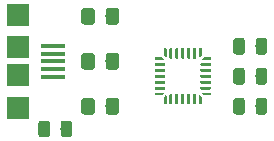
<source format=gbr>
G04 #@! TF.GenerationSoftware,KiCad,Pcbnew,5.0.2-bee76a0~70~ubuntu16.04.1*
G04 #@! TF.CreationDate,2019-07-30T14:22:58+02:00*
G04 #@! TF.ProjectId,hw-DAP42,68772d44-4150-4343-922e-6b696361645f,rev?*
G04 #@! TF.SameCoordinates,Original*
G04 #@! TF.FileFunction,Paste,Top*
G04 #@! TF.FilePolarity,Positive*
%FSLAX46Y46*%
G04 Gerber Fmt 4.6, Leading zero omitted, Abs format (unit mm)*
G04 Created by KiCad (PCBNEW 5.0.2-bee76a0~70~ubuntu16.04.1) date Tue 30 Jul 2019 02:22:58 PM CEST*
%MOMM*%
%LPD*%
G01*
G04 APERTURE LIST*
%ADD10C,0.100000*%
%ADD11C,0.975000*%
%ADD12C,0.136863*%
%ADD13C,0.250000*%
%ADD14C,1.150000*%
%ADD15R,1.897380X1.897380*%
%ADD16R,2.000000X0.398780*%
G04 APERTURE END LIST*
D10*
G04 #@! TO.C,C2*
G36*
X142810142Y-93916174D02*
X142833803Y-93919684D01*
X142857007Y-93925496D01*
X142879529Y-93933554D01*
X142901153Y-93943782D01*
X142921670Y-93956079D01*
X142940883Y-93970329D01*
X142958607Y-93986393D01*
X142974671Y-94004117D01*
X142988921Y-94023330D01*
X143001218Y-94043847D01*
X143011446Y-94065471D01*
X143019504Y-94087993D01*
X143025316Y-94111197D01*
X143028826Y-94134858D01*
X143030000Y-94158750D01*
X143030000Y-95071250D01*
X143028826Y-95095142D01*
X143025316Y-95118803D01*
X143019504Y-95142007D01*
X143011446Y-95164529D01*
X143001218Y-95186153D01*
X142988921Y-95206670D01*
X142974671Y-95225883D01*
X142958607Y-95243607D01*
X142940883Y-95259671D01*
X142921670Y-95273921D01*
X142901153Y-95286218D01*
X142879529Y-95296446D01*
X142857007Y-95304504D01*
X142833803Y-95310316D01*
X142810142Y-95313826D01*
X142786250Y-95315000D01*
X142298750Y-95315000D01*
X142274858Y-95313826D01*
X142251197Y-95310316D01*
X142227993Y-95304504D01*
X142205471Y-95296446D01*
X142183847Y-95286218D01*
X142163330Y-95273921D01*
X142144117Y-95259671D01*
X142126393Y-95243607D01*
X142110329Y-95225883D01*
X142096079Y-95206670D01*
X142083782Y-95186153D01*
X142073554Y-95164529D01*
X142065496Y-95142007D01*
X142059684Y-95118803D01*
X142056174Y-95095142D01*
X142055000Y-95071250D01*
X142055000Y-94158750D01*
X142056174Y-94134858D01*
X142059684Y-94111197D01*
X142065496Y-94087993D01*
X142073554Y-94065471D01*
X142083782Y-94043847D01*
X142096079Y-94023330D01*
X142110329Y-94004117D01*
X142126393Y-93986393D01*
X142144117Y-93970329D01*
X142163330Y-93956079D01*
X142183847Y-93943782D01*
X142205471Y-93933554D01*
X142227993Y-93925496D01*
X142251197Y-93919684D01*
X142274858Y-93916174D01*
X142298750Y-93915000D01*
X142786250Y-93915000D01*
X142810142Y-93916174D01*
X142810142Y-93916174D01*
G37*
D11*
X142542500Y-94615000D03*
D10*
G36*
X140935142Y-93916174D02*
X140958803Y-93919684D01*
X140982007Y-93925496D01*
X141004529Y-93933554D01*
X141026153Y-93943782D01*
X141046670Y-93956079D01*
X141065883Y-93970329D01*
X141083607Y-93986393D01*
X141099671Y-94004117D01*
X141113921Y-94023330D01*
X141126218Y-94043847D01*
X141136446Y-94065471D01*
X141144504Y-94087993D01*
X141150316Y-94111197D01*
X141153826Y-94134858D01*
X141155000Y-94158750D01*
X141155000Y-95071250D01*
X141153826Y-95095142D01*
X141150316Y-95118803D01*
X141144504Y-95142007D01*
X141136446Y-95164529D01*
X141126218Y-95186153D01*
X141113921Y-95206670D01*
X141099671Y-95225883D01*
X141083607Y-95243607D01*
X141065883Y-95259671D01*
X141046670Y-95273921D01*
X141026153Y-95286218D01*
X141004529Y-95296446D01*
X140982007Y-95304504D01*
X140958803Y-95310316D01*
X140935142Y-95313826D01*
X140911250Y-95315000D01*
X140423750Y-95315000D01*
X140399858Y-95313826D01*
X140376197Y-95310316D01*
X140352993Y-95304504D01*
X140330471Y-95296446D01*
X140308847Y-95286218D01*
X140288330Y-95273921D01*
X140269117Y-95259671D01*
X140251393Y-95243607D01*
X140235329Y-95225883D01*
X140221079Y-95206670D01*
X140208782Y-95186153D01*
X140198554Y-95164529D01*
X140190496Y-95142007D01*
X140184684Y-95118803D01*
X140181174Y-95095142D01*
X140180000Y-95071250D01*
X140180000Y-94158750D01*
X140181174Y-94134858D01*
X140184684Y-94111197D01*
X140190496Y-94087993D01*
X140198554Y-94065471D01*
X140208782Y-94043847D01*
X140221079Y-94023330D01*
X140235329Y-94004117D01*
X140251393Y-93986393D01*
X140269117Y-93970329D01*
X140288330Y-93956079D01*
X140308847Y-93943782D01*
X140330471Y-93933554D01*
X140352993Y-93925496D01*
X140376197Y-93919684D01*
X140399858Y-93916174D01*
X140423750Y-93915000D01*
X140911250Y-93915000D01*
X140935142Y-93916174D01*
X140935142Y-93916174D01*
G37*
D11*
X140667500Y-94615000D03*
G04 #@! TD*
D10*
G04 #@! TO.C,C3*
G36*
X157445142Y-89471174D02*
X157468803Y-89474684D01*
X157492007Y-89480496D01*
X157514529Y-89488554D01*
X157536153Y-89498782D01*
X157556670Y-89511079D01*
X157575883Y-89525329D01*
X157593607Y-89541393D01*
X157609671Y-89559117D01*
X157623921Y-89578330D01*
X157636218Y-89598847D01*
X157646446Y-89620471D01*
X157654504Y-89642993D01*
X157660316Y-89666197D01*
X157663826Y-89689858D01*
X157665000Y-89713750D01*
X157665000Y-90626250D01*
X157663826Y-90650142D01*
X157660316Y-90673803D01*
X157654504Y-90697007D01*
X157646446Y-90719529D01*
X157636218Y-90741153D01*
X157623921Y-90761670D01*
X157609671Y-90780883D01*
X157593607Y-90798607D01*
X157575883Y-90814671D01*
X157556670Y-90828921D01*
X157536153Y-90841218D01*
X157514529Y-90851446D01*
X157492007Y-90859504D01*
X157468803Y-90865316D01*
X157445142Y-90868826D01*
X157421250Y-90870000D01*
X156933750Y-90870000D01*
X156909858Y-90868826D01*
X156886197Y-90865316D01*
X156862993Y-90859504D01*
X156840471Y-90851446D01*
X156818847Y-90841218D01*
X156798330Y-90828921D01*
X156779117Y-90814671D01*
X156761393Y-90798607D01*
X156745329Y-90780883D01*
X156731079Y-90761670D01*
X156718782Y-90741153D01*
X156708554Y-90719529D01*
X156700496Y-90697007D01*
X156694684Y-90673803D01*
X156691174Y-90650142D01*
X156690000Y-90626250D01*
X156690000Y-89713750D01*
X156691174Y-89689858D01*
X156694684Y-89666197D01*
X156700496Y-89642993D01*
X156708554Y-89620471D01*
X156718782Y-89598847D01*
X156731079Y-89578330D01*
X156745329Y-89559117D01*
X156761393Y-89541393D01*
X156779117Y-89525329D01*
X156798330Y-89511079D01*
X156818847Y-89498782D01*
X156840471Y-89488554D01*
X156862993Y-89480496D01*
X156886197Y-89474684D01*
X156909858Y-89471174D01*
X156933750Y-89470000D01*
X157421250Y-89470000D01*
X157445142Y-89471174D01*
X157445142Y-89471174D01*
G37*
D11*
X157177500Y-90170000D03*
D10*
G36*
X159320142Y-89471174D02*
X159343803Y-89474684D01*
X159367007Y-89480496D01*
X159389529Y-89488554D01*
X159411153Y-89498782D01*
X159431670Y-89511079D01*
X159450883Y-89525329D01*
X159468607Y-89541393D01*
X159484671Y-89559117D01*
X159498921Y-89578330D01*
X159511218Y-89598847D01*
X159521446Y-89620471D01*
X159529504Y-89642993D01*
X159535316Y-89666197D01*
X159538826Y-89689858D01*
X159540000Y-89713750D01*
X159540000Y-90626250D01*
X159538826Y-90650142D01*
X159535316Y-90673803D01*
X159529504Y-90697007D01*
X159521446Y-90719529D01*
X159511218Y-90741153D01*
X159498921Y-90761670D01*
X159484671Y-90780883D01*
X159468607Y-90798607D01*
X159450883Y-90814671D01*
X159431670Y-90828921D01*
X159411153Y-90841218D01*
X159389529Y-90851446D01*
X159367007Y-90859504D01*
X159343803Y-90865316D01*
X159320142Y-90868826D01*
X159296250Y-90870000D01*
X158808750Y-90870000D01*
X158784858Y-90868826D01*
X158761197Y-90865316D01*
X158737993Y-90859504D01*
X158715471Y-90851446D01*
X158693847Y-90841218D01*
X158673330Y-90828921D01*
X158654117Y-90814671D01*
X158636393Y-90798607D01*
X158620329Y-90780883D01*
X158606079Y-90761670D01*
X158593782Y-90741153D01*
X158583554Y-90719529D01*
X158575496Y-90697007D01*
X158569684Y-90673803D01*
X158566174Y-90650142D01*
X158565000Y-90626250D01*
X158565000Y-89713750D01*
X158566174Y-89689858D01*
X158569684Y-89666197D01*
X158575496Y-89642993D01*
X158583554Y-89620471D01*
X158593782Y-89598847D01*
X158606079Y-89578330D01*
X158620329Y-89559117D01*
X158636393Y-89541393D01*
X158654117Y-89525329D01*
X158673330Y-89511079D01*
X158693847Y-89498782D01*
X158715471Y-89488554D01*
X158737993Y-89480496D01*
X158761197Y-89474684D01*
X158784858Y-89471174D01*
X158808750Y-89470000D01*
X159296250Y-89470000D01*
X159320142Y-89471174D01*
X159320142Y-89471174D01*
G37*
D11*
X159052500Y-90170000D03*
G04 #@! TD*
D10*
G04 #@! TO.C,C4*
G36*
X159320142Y-86931174D02*
X159343803Y-86934684D01*
X159367007Y-86940496D01*
X159389529Y-86948554D01*
X159411153Y-86958782D01*
X159431670Y-86971079D01*
X159450883Y-86985329D01*
X159468607Y-87001393D01*
X159484671Y-87019117D01*
X159498921Y-87038330D01*
X159511218Y-87058847D01*
X159521446Y-87080471D01*
X159529504Y-87102993D01*
X159535316Y-87126197D01*
X159538826Y-87149858D01*
X159540000Y-87173750D01*
X159540000Y-88086250D01*
X159538826Y-88110142D01*
X159535316Y-88133803D01*
X159529504Y-88157007D01*
X159521446Y-88179529D01*
X159511218Y-88201153D01*
X159498921Y-88221670D01*
X159484671Y-88240883D01*
X159468607Y-88258607D01*
X159450883Y-88274671D01*
X159431670Y-88288921D01*
X159411153Y-88301218D01*
X159389529Y-88311446D01*
X159367007Y-88319504D01*
X159343803Y-88325316D01*
X159320142Y-88328826D01*
X159296250Y-88330000D01*
X158808750Y-88330000D01*
X158784858Y-88328826D01*
X158761197Y-88325316D01*
X158737993Y-88319504D01*
X158715471Y-88311446D01*
X158693847Y-88301218D01*
X158673330Y-88288921D01*
X158654117Y-88274671D01*
X158636393Y-88258607D01*
X158620329Y-88240883D01*
X158606079Y-88221670D01*
X158593782Y-88201153D01*
X158583554Y-88179529D01*
X158575496Y-88157007D01*
X158569684Y-88133803D01*
X158566174Y-88110142D01*
X158565000Y-88086250D01*
X158565000Y-87173750D01*
X158566174Y-87149858D01*
X158569684Y-87126197D01*
X158575496Y-87102993D01*
X158583554Y-87080471D01*
X158593782Y-87058847D01*
X158606079Y-87038330D01*
X158620329Y-87019117D01*
X158636393Y-87001393D01*
X158654117Y-86985329D01*
X158673330Y-86971079D01*
X158693847Y-86958782D01*
X158715471Y-86948554D01*
X158737993Y-86940496D01*
X158761197Y-86934684D01*
X158784858Y-86931174D01*
X158808750Y-86930000D01*
X159296250Y-86930000D01*
X159320142Y-86931174D01*
X159320142Y-86931174D01*
G37*
D11*
X159052500Y-87630000D03*
D10*
G36*
X157445142Y-86931174D02*
X157468803Y-86934684D01*
X157492007Y-86940496D01*
X157514529Y-86948554D01*
X157536153Y-86958782D01*
X157556670Y-86971079D01*
X157575883Y-86985329D01*
X157593607Y-87001393D01*
X157609671Y-87019117D01*
X157623921Y-87038330D01*
X157636218Y-87058847D01*
X157646446Y-87080471D01*
X157654504Y-87102993D01*
X157660316Y-87126197D01*
X157663826Y-87149858D01*
X157665000Y-87173750D01*
X157665000Y-88086250D01*
X157663826Y-88110142D01*
X157660316Y-88133803D01*
X157654504Y-88157007D01*
X157646446Y-88179529D01*
X157636218Y-88201153D01*
X157623921Y-88221670D01*
X157609671Y-88240883D01*
X157593607Y-88258607D01*
X157575883Y-88274671D01*
X157556670Y-88288921D01*
X157536153Y-88301218D01*
X157514529Y-88311446D01*
X157492007Y-88319504D01*
X157468803Y-88325316D01*
X157445142Y-88328826D01*
X157421250Y-88330000D01*
X156933750Y-88330000D01*
X156909858Y-88328826D01*
X156886197Y-88325316D01*
X156862993Y-88319504D01*
X156840471Y-88311446D01*
X156818847Y-88301218D01*
X156798330Y-88288921D01*
X156779117Y-88274671D01*
X156761393Y-88258607D01*
X156745329Y-88240883D01*
X156731079Y-88221670D01*
X156718782Y-88201153D01*
X156708554Y-88179529D01*
X156700496Y-88157007D01*
X156694684Y-88133803D01*
X156691174Y-88110142D01*
X156690000Y-88086250D01*
X156690000Y-87173750D01*
X156691174Y-87149858D01*
X156694684Y-87126197D01*
X156700496Y-87102993D01*
X156708554Y-87080471D01*
X156718782Y-87058847D01*
X156731079Y-87038330D01*
X156745329Y-87019117D01*
X156761393Y-87001393D01*
X156779117Y-86985329D01*
X156798330Y-86971079D01*
X156818847Y-86958782D01*
X156840471Y-86948554D01*
X156862993Y-86940496D01*
X156886197Y-86934684D01*
X156909858Y-86931174D01*
X156933750Y-86930000D01*
X157421250Y-86930000D01*
X157445142Y-86931174D01*
X157445142Y-86931174D01*
G37*
D11*
X157177500Y-87630000D03*
G04 #@! TD*
D10*
G04 #@! TO.C,R1*
G36*
X157445142Y-92011174D02*
X157468803Y-92014684D01*
X157492007Y-92020496D01*
X157514529Y-92028554D01*
X157536153Y-92038782D01*
X157556670Y-92051079D01*
X157575883Y-92065329D01*
X157593607Y-92081393D01*
X157609671Y-92099117D01*
X157623921Y-92118330D01*
X157636218Y-92138847D01*
X157646446Y-92160471D01*
X157654504Y-92182993D01*
X157660316Y-92206197D01*
X157663826Y-92229858D01*
X157665000Y-92253750D01*
X157665000Y-93166250D01*
X157663826Y-93190142D01*
X157660316Y-93213803D01*
X157654504Y-93237007D01*
X157646446Y-93259529D01*
X157636218Y-93281153D01*
X157623921Y-93301670D01*
X157609671Y-93320883D01*
X157593607Y-93338607D01*
X157575883Y-93354671D01*
X157556670Y-93368921D01*
X157536153Y-93381218D01*
X157514529Y-93391446D01*
X157492007Y-93399504D01*
X157468803Y-93405316D01*
X157445142Y-93408826D01*
X157421250Y-93410000D01*
X156933750Y-93410000D01*
X156909858Y-93408826D01*
X156886197Y-93405316D01*
X156862993Y-93399504D01*
X156840471Y-93391446D01*
X156818847Y-93381218D01*
X156798330Y-93368921D01*
X156779117Y-93354671D01*
X156761393Y-93338607D01*
X156745329Y-93320883D01*
X156731079Y-93301670D01*
X156718782Y-93281153D01*
X156708554Y-93259529D01*
X156700496Y-93237007D01*
X156694684Y-93213803D01*
X156691174Y-93190142D01*
X156690000Y-93166250D01*
X156690000Y-92253750D01*
X156691174Y-92229858D01*
X156694684Y-92206197D01*
X156700496Y-92182993D01*
X156708554Y-92160471D01*
X156718782Y-92138847D01*
X156731079Y-92118330D01*
X156745329Y-92099117D01*
X156761393Y-92081393D01*
X156779117Y-92065329D01*
X156798330Y-92051079D01*
X156818847Y-92038782D01*
X156840471Y-92028554D01*
X156862993Y-92020496D01*
X156886197Y-92014684D01*
X156909858Y-92011174D01*
X156933750Y-92010000D01*
X157421250Y-92010000D01*
X157445142Y-92011174D01*
X157445142Y-92011174D01*
G37*
D11*
X157177500Y-92710000D03*
D10*
G36*
X159320142Y-92011174D02*
X159343803Y-92014684D01*
X159367007Y-92020496D01*
X159389529Y-92028554D01*
X159411153Y-92038782D01*
X159431670Y-92051079D01*
X159450883Y-92065329D01*
X159468607Y-92081393D01*
X159484671Y-92099117D01*
X159498921Y-92118330D01*
X159511218Y-92138847D01*
X159521446Y-92160471D01*
X159529504Y-92182993D01*
X159535316Y-92206197D01*
X159538826Y-92229858D01*
X159540000Y-92253750D01*
X159540000Y-93166250D01*
X159538826Y-93190142D01*
X159535316Y-93213803D01*
X159529504Y-93237007D01*
X159521446Y-93259529D01*
X159511218Y-93281153D01*
X159498921Y-93301670D01*
X159484671Y-93320883D01*
X159468607Y-93338607D01*
X159450883Y-93354671D01*
X159431670Y-93368921D01*
X159411153Y-93381218D01*
X159389529Y-93391446D01*
X159367007Y-93399504D01*
X159343803Y-93405316D01*
X159320142Y-93408826D01*
X159296250Y-93410000D01*
X158808750Y-93410000D01*
X158784858Y-93408826D01*
X158761197Y-93405316D01*
X158737993Y-93399504D01*
X158715471Y-93391446D01*
X158693847Y-93381218D01*
X158673330Y-93368921D01*
X158654117Y-93354671D01*
X158636393Y-93338607D01*
X158620329Y-93320883D01*
X158606079Y-93301670D01*
X158593782Y-93281153D01*
X158583554Y-93259529D01*
X158575496Y-93237007D01*
X158569684Y-93213803D01*
X158566174Y-93190142D01*
X158565000Y-93166250D01*
X158565000Y-92253750D01*
X158566174Y-92229858D01*
X158569684Y-92206197D01*
X158575496Y-92182993D01*
X158583554Y-92160471D01*
X158593782Y-92138847D01*
X158606079Y-92118330D01*
X158620329Y-92099117D01*
X158636393Y-92081393D01*
X158654117Y-92065329D01*
X158673330Y-92051079D01*
X158693847Y-92038782D01*
X158715471Y-92028554D01*
X158737993Y-92020496D01*
X158761197Y-92014684D01*
X158784858Y-92011174D01*
X158808750Y-92010000D01*
X159296250Y-92010000D01*
X159320142Y-92011174D01*
X159320142Y-92011174D01*
G37*
D11*
X159052500Y-92710000D03*
G04 #@! TD*
D12*
G04 #@! TO.C,U2*
X154397500Y-91670000D03*
D10*
G36*
X154189861Y-91794135D02*
X154181419Y-91791575D01*
X154173639Y-91787416D01*
X154166820Y-91781820D01*
X154033180Y-91648180D01*
X154027584Y-91641361D01*
X154023425Y-91633581D01*
X154020865Y-91625139D01*
X154020000Y-91616360D01*
X154020000Y-91590000D01*
X154020865Y-91581221D01*
X154023425Y-91572779D01*
X154027584Y-91564999D01*
X154033180Y-91558180D01*
X154039999Y-91552584D01*
X154047779Y-91548425D01*
X154056221Y-91545865D01*
X154065000Y-91545000D01*
X154730000Y-91545000D01*
X154738779Y-91545865D01*
X154747221Y-91548425D01*
X154755001Y-91552584D01*
X154761820Y-91558180D01*
X154767416Y-91564999D01*
X154771575Y-91572779D01*
X154774135Y-91581221D01*
X154775000Y-91590000D01*
X154775000Y-91750000D01*
X154774135Y-91758779D01*
X154771575Y-91767221D01*
X154767416Y-91775001D01*
X154761820Y-91781820D01*
X154755001Y-91787416D01*
X154747221Y-91791575D01*
X154738779Y-91794135D01*
X154730000Y-91795000D01*
X154198640Y-91795000D01*
X154189861Y-91794135D01*
X154189861Y-91794135D01*
G37*
G36*
X154718626Y-91045301D02*
X154724693Y-91046201D01*
X154730643Y-91047691D01*
X154736418Y-91049758D01*
X154741962Y-91052380D01*
X154747223Y-91055533D01*
X154752150Y-91059187D01*
X154756694Y-91063306D01*
X154760813Y-91067850D01*
X154764467Y-91072777D01*
X154767620Y-91078038D01*
X154770242Y-91083582D01*
X154772309Y-91089357D01*
X154773799Y-91095307D01*
X154774699Y-91101374D01*
X154775000Y-91107500D01*
X154775000Y-91232500D01*
X154774699Y-91238626D01*
X154773799Y-91244693D01*
X154772309Y-91250643D01*
X154770242Y-91256418D01*
X154767620Y-91261962D01*
X154764467Y-91267223D01*
X154760813Y-91272150D01*
X154756694Y-91276694D01*
X154752150Y-91280813D01*
X154747223Y-91284467D01*
X154741962Y-91287620D01*
X154736418Y-91290242D01*
X154730643Y-91292309D01*
X154724693Y-91293799D01*
X154718626Y-91294699D01*
X154712500Y-91295000D01*
X153962500Y-91295000D01*
X153956374Y-91294699D01*
X153950307Y-91293799D01*
X153944357Y-91292309D01*
X153938582Y-91290242D01*
X153933038Y-91287620D01*
X153927777Y-91284467D01*
X153922850Y-91280813D01*
X153918306Y-91276694D01*
X153914187Y-91272150D01*
X153910533Y-91267223D01*
X153907380Y-91261962D01*
X153904758Y-91256418D01*
X153902691Y-91250643D01*
X153901201Y-91244693D01*
X153900301Y-91238626D01*
X153900000Y-91232500D01*
X153900000Y-91107500D01*
X153900301Y-91101374D01*
X153901201Y-91095307D01*
X153902691Y-91089357D01*
X153904758Y-91083582D01*
X153907380Y-91078038D01*
X153910533Y-91072777D01*
X153914187Y-91067850D01*
X153918306Y-91063306D01*
X153922850Y-91059187D01*
X153927777Y-91055533D01*
X153933038Y-91052380D01*
X153938582Y-91049758D01*
X153944357Y-91047691D01*
X153950307Y-91046201D01*
X153956374Y-91045301D01*
X153962500Y-91045000D01*
X154712500Y-91045000D01*
X154718626Y-91045301D01*
X154718626Y-91045301D01*
G37*
D13*
X154337500Y-91170000D03*
D10*
G36*
X154718626Y-90545301D02*
X154724693Y-90546201D01*
X154730643Y-90547691D01*
X154736418Y-90549758D01*
X154741962Y-90552380D01*
X154747223Y-90555533D01*
X154752150Y-90559187D01*
X154756694Y-90563306D01*
X154760813Y-90567850D01*
X154764467Y-90572777D01*
X154767620Y-90578038D01*
X154770242Y-90583582D01*
X154772309Y-90589357D01*
X154773799Y-90595307D01*
X154774699Y-90601374D01*
X154775000Y-90607500D01*
X154775000Y-90732500D01*
X154774699Y-90738626D01*
X154773799Y-90744693D01*
X154772309Y-90750643D01*
X154770242Y-90756418D01*
X154767620Y-90761962D01*
X154764467Y-90767223D01*
X154760813Y-90772150D01*
X154756694Y-90776694D01*
X154752150Y-90780813D01*
X154747223Y-90784467D01*
X154741962Y-90787620D01*
X154736418Y-90790242D01*
X154730643Y-90792309D01*
X154724693Y-90793799D01*
X154718626Y-90794699D01*
X154712500Y-90795000D01*
X153962500Y-90795000D01*
X153956374Y-90794699D01*
X153950307Y-90793799D01*
X153944357Y-90792309D01*
X153938582Y-90790242D01*
X153933038Y-90787620D01*
X153927777Y-90784467D01*
X153922850Y-90780813D01*
X153918306Y-90776694D01*
X153914187Y-90772150D01*
X153910533Y-90767223D01*
X153907380Y-90761962D01*
X153904758Y-90756418D01*
X153902691Y-90750643D01*
X153901201Y-90744693D01*
X153900301Y-90738626D01*
X153900000Y-90732500D01*
X153900000Y-90607500D01*
X153900301Y-90601374D01*
X153901201Y-90595307D01*
X153902691Y-90589357D01*
X153904758Y-90583582D01*
X153907380Y-90578038D01*
X153910533Y-90572777D01*
X153914187Y-90567850D01*
X153918306Y-90563306D01*
X153922850Y-90559187D01*
X153927777Y-90555533D01*
X153933038Y-90552380D01*
X153938582Y-90549758D01*
X153944357Y-90547691D01*
X153950307Y-90546201D01*
X153956374Y-90545301D01*
X153962500Y-90545000D01*
X154712500Y-90545000D01*
X154718626Y-90545301D01*
X154718626Y-90545301D01*
G37*
D13*
X154337500Y-90670000D03*
D10*
G36*
X154718626Y-90045301D02*
X154724693Y-90046201D01*
X154730643Y-90047691D01*
X154736418Y-90049758D01*
X154741962Y-90052380D01*
X154747223Y-90055533D01*
X154752150Y-90059187D01*
X154756694Y-90063306D01*
X154760813Y-90067850D01*
X154764467Y-90072777D01*
X154767620Y-90078038D01*
X154770242Y-90083582D01*
X154772309Y-90089357D01*
X154773799Y-90095307D01*
X154774699Y-90101374D01*
X154775000Y-90107500D01*
X154775000Y-90232500D01*
X154774699Y-90238626D01*
X154773799Y-90244693D01*
X154772309Y-90250643D01*
X154770242Y-90256418D01*
X154767620Y-90261962D01*
X154764467Y-90267223D01*
X154760813Y-90272150D01*
X154756694Y-90276694D01*
X154752150Y-90280813D01*
X154747223Y-90284467D01*
X154741962Y-90287620D01*
X154736418Y-90290242D01*
X154730643Y-90292309D01*
X154724693Y-90293799D01*
X154718626Y-90294699D01*
X154712500Y-90295000D01*
X153962500Y-90295000D01*
X153956374Y-90294699D01*
X153950307Y-90293799D01*
X153944357Y-90292309D01*
X153938582Y-90290242D01*
X153933038Y-90287620D01*
X153927777Y-90284467D01*
X153922850Y-90280813D01*
X153918306Y-90276694D01*
X153914187Y-90272150D01*
X153910533Y-90267223D01*
X153907380Y-90261962D01*
X153904758Y-90256418D01*
X153902691Y-90250643D01*
X153901201Y-90244693D01*
X153900301Y-90238626D01*
X153900000Y-90232500D01*
X153900000Y-90107500D01*
X153900301Y-90101374D01*
X153901201Y-90095307D01*
X153902691Y-90089357D01*
X153904758Y-90083582D01*
X153907380Y-90078038D01*
X153910533Y-90072777D01*
X153914187Y-90067850D01*
X153918306Y-90063306D01*
X153922850Y-90059187D01*
X153927777Y-90055533D01*
X153933038Y-90052380D01*
X153938582Y-90049758D01*
X153944357Y-90047691D01*
X153950307Y-90046201D01*
X153956374Y-90045301D01*
X153962500Y-90045000D01*
X154712500Y-90045000D01*
X154718626Y-90045301D01*
X154718626Y-90045301D01*
G37*
D13*
X154337500Y-90170000D03*
D10*
G36*
X154718626Y-89545301D02*
X154724693Y-89546201D01*
X154730643Y-89547691D01*
X154736418Y-89549758D01*
X154741962Y-89552380D01*
X154747223Y-89555533D01*
X154752150Y-89559187D01*
X154756694Y-89563306D01*
X154760813Y-89567850D01*
X154764467Y-89572777D01*
X154767620Y-89578038D01*
X154770242Y-89583582D01*
X154772309Y-89589357D01*
X154773799Y-89595307D01*
X154774699Y-89601374D01*
X154775000Y-89607500D01*
X154775000Y-89732500D01*
X154774699Y-89738626D01*
X154773799Y-89744693D01*
X154772309Y-89750643D01*
X154770242Y-89756418D01*
X154767620Y-89761962D01*
X154764467Y-89767223D01*
X154760813Y-89772150D01*
X154756694Y-89776694D01*
X154752150Y-89780813D01*
X154747223Y-89784467D01*
X154741962Y-89787620D01*
X154736418Y-89790242D01*
X154730643Y-89792309D01*
X154724693Y-89793799D01*
X154718626Y-89794699D01*
X154712500Y-89795000D01*
X153962500Y-89795000D01*
X153956374Y-89794699D01*
X153950307Y-89793799D01*
X153944357Y-89792309D01*
X153938582Y-89790242D01*
X153933038Y-89787620D01*
X153927777Y-89784467D01*
X153922850Y-89780813D01*
X153918306Y-89776694D01*
X153914187Y-89772150D01*
X153910533Y-89767223D01*
X153907380Y-89761962D01*
X153904758Y-89756418D01*
X153902691Y-89750643D01*
X153901201Y-89744693D01*
X153900301Y-89738626D01*
X153900000Y-89732500D01*
X153900000Y-89607500D01*
X153900301Y-89601374D01*
X153901201Y-89595307D01*
X153902691Y-89589357D01*
X153904758Y-89583582D01*
X153907380Y-89578038D01*
X153910533Y-89572777D01*
X153914187Y-89567850D01*
X153918306Y-89563306D01*
X153922850Y-89559187D01*
X153927777Y-89555533D01*
X153933038Y-89552380D01*
X153938582Y-89549758D01*
X153944357Y-89547691D01*
X153950307Y-89546201D01*
X153956374Y-89545301D01*
X153962500Y-89545000D01*
X154712500Y-89545000D01*
X154718626Y-89545301D01*
X154718626Y-89545301D01*
G37*
D13*
X154337500Y-89670000D03*
D10*
G36*
X154718626Y-89045301D02*
X154724693Y-89046201D01*
X154730643Y-89047691D01*
X154736418Y-89049758D01*
X154741962Y-89052380D01*
X154747223Y-89055533D01*
X154752150Y-89059187D01*
X154756694Y-89063306D01*
X154760813Y-89067850D01*
X154764467Y-89072777D01*
X154767620Y-89078038D01*
X154770242Y-89083582D01*
X154772309Y-89089357D01*
X154773799Y-89095307D01*
X154774699Y-89101374D01*
X154775000Y-89107500D01*
X154775000Y-89232500D01*
X154774699Y-89238626D01*
X154773799Y-89244693D01*
X154772309Y-89250643D01*
X154770242Y-89256418D01*
X154767620Y-89261962D01*
X154764467Y-89267223D01*
X154760813Y-89272150D01*
X154756694Y-89276694D01*
X154752150Y-89280813D01*
X154747223Y-89284467D01*
X154741962Y-89287620D01*
X154736418Y-89290242D01*
X154730643Y-89292309D01*
X154724693Y-89293799D01*
X154718626Y-89294699D01*
X154712500Y-89295000D01*
X153962500Y-89295000D01*
X153956374Y-89294699D01*
X153950307Y-89293799D01*
X153944357Y-89292309D01*
X153938582Y-89290242D01*
X153933038Y-89287620D01*
X153927777Y-89284467D01*
X153922850Y-89280813D01*
X153918306Y-89276694D01*
X153914187Y-89272150D01*
X153910533Y-89267223D01*
X153907380Y-89261962D01*
X153904758Y-89256418D01*
X153902691Y-89250643D01*
X153901201Y-89244693D01*
X153900301Y-89238626D01*
X153900000Y-89232500D01*
X153900000Y-89107500D01*
X153900301Y-89101374D01*
X153901201Y-89095307D01*
X153902691Y-89089357D01*
X153904758Y-89083582D01*
X153907380Y-89078038D01*
X153910533Y-89072777D01*
X153914187Y-89067850D01*
X153918306Y-89063306D01*
X153922850Y-89059187D01*
X153927777Y-89055533D01*
X153933038Y-89052380D01*
X153938582Y-89049758D01*
X153944357Y-89047691D01*
X153950307Y-89046201D01*
X153956374Y-89045301D01*
X153962500Y-89045000D01*
X154712500Y-89045000D01*
X154718626Y-89045301D01*
X154718626Y-89045301D01*
G37*
D13*
X154337500Y-89170000D03*
D12*
X154397500Y-88670000D03*
D10*
G36*
X154056221Y-88794135D02*
X154047779Y-88791575D01*
X154039999Y-88787416D01*
X154033180Y-88781820D01*
X154027584Y-88775001D01*
X154023425Y-88767221D01*
X154020865Y-88758779D01*
X154020000Y-88750000D01*
X154020000Y-88723640D01*
X154020865Y-88714861D01*
X154023425Y-88706419D01*
X154027584Y-88698639D01*
X154033180Y-88691820D01*
X154166820Y-88558180D01*
X154173639Y-88552584D01*
X154181419Y-88548425D01*
X154189861Y-88545865D01*
X154198640Y-88545000D01*
X154730000Y-88545000D01*
X154738779Y-88545865D01*
X154747221Y-88548425D01*
X154755001Y-88552584D01*
X154761820Y-88558180D01*
X154767416Y-88564999D01*
X154771575Y-88572779D01*
X154774135Y-88581221D01*
X154775000Y-88590000D01*
X154775000Y-88750000D01*
X154774135Y-88758779D01*
X154771575Y-88767221D01*
X154767416Y-88775001D01*
X154761820Y-88781820D01*
X154755001Y-88787416D01*
X154747221Y-88791575D01*
X154738779Y-88794135D01*
X154730000Y-88795000D01*
X154065000Y-88795000D01*
X154056221Y-88794135D01*
X154056221Y-88794135D01*
G37*
D12*
X153900000Y-88172500D03*
D10*
G36*
X153811221Y-88549135D02*
X153802779Y-88546575D01*
X153794999Y-88542416D01*
X153788180Y-88536820D01*
X153782584Y-88530001D01*
X153778425Y-88522221D01*
X153775865Y-88513779D01*
X153775000Y-88505000D01*
X153775000Y-87840000D01*
X153775865Y-87831221D01*
X153778425Y-87822779D01*
X153782584Y-87814999D01*
X153788180Y-87808180D01*
X153794999Y-87802584D01*
X153802779Y-87798425D01*
X153811221Y-87795865D01*
X153820000Y-87795000D01*
X153980000Y-87795000D01*
X153988779Y-87795865D01*
X153997221Y-87798425D01*
X154005001Y-87802584D01*
X154011820Y-87808180D01*
X154017416Y-87814999D01*
X154021575Y-87822779D01*
X154024135Y-87831221D01*
X154025000Y-87840000D01*
X154025000Y-88371360D01*
X154024135Y-88380139D01*
X154021575Y-88388581D01*
X154017416Y-88396361D01*
X154011820Y-88403180D01*
X153878180Y-88536820D01*
X153871361Y-88542416D01*
X153863581Y-88546575D01*
X153855139Y-88549135D01*
X153846360Y-88550000D01*
X153820000Y-88550000D01*
X153811221Y-88549135D01*
X153811221Y-88549135D01*
G37*
G36*
X153468626Y-87795301D02*
X153474693Y-87796201D01*
X153480643Y-87797691D01*
X153486418Y-87799758D01*
X153491962Y-87802380D01*
X153497223Y-87805533D01*
X153502150Y-87809187D01*
X153506694Y-87813306D01*
X153510813Y-87817850D01*
X153514467Y-87822777D01*
X153517620Y-87828038D01*
X153520242Y-87833582D01*
X153522309Y-87839357D01*
X153523799Y-87845307D01*
X153524699Y-87851374D01*
X153525000Y-87857500D01*
X153525000Y-88607500D01*
X153524699Y-88613626D01*
X153523799Y-88619693D01*
X153522309Y-88625643D01*
X153520242Y-88631418D01*
X153517620Y-88636962D01*
X153514467Y-88642223D01*
X153510813Y-88647150D01*
X153506694Y-88651694D01*
X153502150Y-88655813D01*
X153497223Y-88659467D01*
X153491962Y-88662620D01*
X153486418Y-88665242D01*
X153480643Y-88667309D01*
X153474693Y-88668799D01*
X153468626Y-88669699D01*
X153462500Y-88670000D01*
X153337500Y-88670000D01*
X153331374Y-88669699D01*
X153325307Y-88668799D01*
X153319357Y-88667309D01*
X153313582Y-88665242D01*
X153308038Y-88662620D01*
X153302777Y-88659467D01*
X153297850Y-88655813D01*
X153293306Y-88651694D01*
X153289187Y-88647150D01*
X153285533Y-88642223D01*
X153282380Y-88636962D01*
X153279758Y-88631418D01*
X153277691Y-88625643D01*
X153276201Y-88619693D01*
X153275301Y-88613626D01*
X153275000Y-88607500D01*
X153275000Y-87857500D01*
X153275301Y-87851374D01*
X153276201Y-87845307D01*
X153277691Y-87839357D01*
X153279758Y-87833582D01*
X153282380Y-87828038D01*
X153285533Y-87822777D01*
X153289187Y-87817850D01*
X153293306Y-87813306D01*
X153297850Y-87809187D01*
X153302777Y-87805533D01*
X153308038Y-87802380D01*
X153313582Y-87799758D01*
X153319357Y-87797691D01*
X153325307Y-87796201D01*
X153331374Y-87795301D01*
X153337500Y-87795000D01*
X153462500Y-87795000D01*
X153468626Y-87795301D01*
X153468626Y-87795301D01*
G37*
D13*
X153400000Y-88232500D03*
D10*
G36*
X152968626Y-87795301D02*
X152974693Y-87796201D01*
X152980643Y-87797691D01*
X152986418Y-87799758D01*
X152991962Y-87802380D01*
X152997223Y-87805533D01*
X153002150Y-87809187D01*
X153006694Y-87813306D01*
X153010813Y-87817850D01*
X153014467Y-87822777D01*
X153017620Y-87828038D01*
X153020242Y-87833582D01*
X153022309Y-87839357D01*
X153023799Y-87845307D01*
X153024699Y-87851374D01*
X153025000Y-87857500D01*
X153025000Y-88607500D01*
X153024699Y-88613626D01*
X153023799Y-88619693D01*
X153022309Y-88625643D01*
X153020242Y-88631418D01*
X153017620Y-88636962D01*
X153014467Y-88642223D01*
X153010813Y-88647150D01*
X153006694Y-88651694D01*
X153002150Y-88655813D01*
X152997223Y-88659467D01*
X152991962Y-88662620D01*
X152986418Y-88665242D01*
X152980643Y-88667309D01*
X152974693Y-88668799D01*
X152968626Y-88669699D01*
X152962500Y-88670000D01*
X152837500Y-88670000D01*
X152831374Y-88669699D01*
X152825307Y-88668799D01*
X152819357Y-88667309D01*
X152813582Y-88665242D01*
X152808038Y-88662620D01*
X152802777Y-88659467D01*
X152797850Y-88655813D01*
X152793306Y-88651694D01*
X152789187Y-88647150D01*
X152785533Y-88642223D01*
X152782380Y-88636962D01*
X152779758Y-88631418D01*
X152777691Y-88625643D01*
X152776201Y-88619693D01*
X152775301Y-88613626D01*
X152775000Y-88607500D01*
X152775000Y-87857500D01*
X152775301Y-87851374D01*
X152776201Y-87845307D01*
X152777691Y-87839357D01*
X152779758Y-87833582D01*
X152782380Y-87828038D01*
X152785533Y-87822777D01*
X152789187Y-87817850D01*
X152793306Y-87813306D01*
X152797850Y-87809187D01*
X152802777Y-87805533D01*
X152808038Y-87802380D01*
X152813582Y-87799758D01*
X152819357Y-87797691D01*
X152825307Y-87796201D01*
X152831374Y-87795301D01*
X152837500Y-87795000D01*
X152962500Y-87795000D01*
X152968626Y-87795301D01*
X152968626Y-87795301D01*
G37*
D13*
X152900000Y-88232500D03*
D10*
G36*
X152468626Y-87795301D02*
X152474693Y-87796201D01*
X152480643Y-87797691D01*
X152486418Y-87799758D01*
X152491962Y-87802380D01*
X152497223Y-87805533D01*
X152502150Y-87809187D01*
X152506694Y-87813306D01*
X152510813Y-87817850D01*
X152514467Y-87822777D01*
X152517620Y-87828038D01*
X152520242Y-87833582D01*
X152522309Y-87839357D01*
X152523799Y-87845307D01*
X152524699Y-87851374D01*
X152525000Y-87857500D01*
X152525000Y-88607500D01*
X152524699Y-88613626D01*
X152523799Y-88619693D01*
X152522309Y-88625643D01*
X152520242Y-88631418D01*
X152517620Y-88636962D01*
X152514467Y-88642223D01*
X152510813Y-88647150D01*
X152506694Y-88651694D01*
X152502150Y-88655813D01*
X152497223Y-88659467D01*
X152491962Y-88662620D01*
X152486418Y-88665242D01*
X152480643Y-88667309D01*
X152474693Y-88668799D01*
X152468626Y-88669699D01*
X152462500Y-88670000D01*
X152337500Y-88670000D01*
X152331374Y-88669699D01*
X152325307Y-88668799D01*
X152319357Y-88667309D01*
X152313582Y-88665242D01*
X152308038Y-88662620D01*
X152302777Y-88659467D01*
X152297850Y-88655813D01*
X152293306Y-88651694D01*
X152289187Y-88647150D01*
X152285533Y-88642223D01*
X152282380Y-88636962D01*
X152279758Y-88631418D01*
X152277691Y-88625643D01*
X152276201Y-88619693D01*
X152275301Y-88613626D01*
X152275000Y-88607500D01*
X152275000Y-87857500D01*
X152275301Y-87851374D01*
X152276201Y-87845307D01*
X152277691Y-87839357D01*
X152279758Y-87833582D01*
X152282380Y-87828038D01*
X152285533Y-87822777D01*
X152289187Y-87817850D01*
X152293306Y-87813306D01*
X152297850Y-87809187D01*
X152302777Y-87805533D01*
X152308038Y-87802380D01*
X152313582Y-87799758D01*
X152319357Y-87797691D01*
X152325307Y-87796201D01*
X152331374Y-87795301D01*
X152337500Y-87795000D01*
X152462500Y-87795000D01*
X152468626Y-87795301D01*
X152468626Y-87795301D01*
G37*
D13*
X152400000Y-88232500D03*
D10*
G36*
X151968626Y-87795301D02*
X151974693Y-87796201D01*
X151980643Y-87797691D01*
X151986418Y-87799758D01*
X151991962Y-87802380D01*
X151997223Y-87805533D01*
X152002150Y-87809187D01*
X152006694Y-87813306D01*
X152010813Y-87817850D01*
X152014467Y-87822777D01*
X152017620Y-87828038D01*
X152020242Y-87833582D01*
X152022309Y-87839357D01*
X152023799Y-87845307D01*
X152024699Y-87851374D01*
X152025000Y-87857500D01*
X152025000Y-88607500D01*
X152024699Y-88613626D01*
X152023799Y-88619693D01*
X152022309Y-88625643D01*
X152020242Y-88631418D01*
X152017620Y-88636962D01*
X152014467Y-88642223D01*
X152010813Y-88647150D01*
X152006694Y-88651694D01*
X152002150Y-88655813D01*
X151997223Y-88659467D01*
X151991962Y-88662620D01*
X151986418Y-88665242D01*
X151980643Y-88667309D01*
X151974693Y-88668799D01*
X151968626Y-88669699D01*
X151962500Y-88670000D01*
X151837500Y-88670000D01*
X151831374Y-88669699D01*
X151825307Y-88668799D01*
X151819357Y-88667309D01*
X151813582Y-88665242D01*
X151808038Y-88662620D01*
X151802777Y-88659467D01*
X151797850Y-88655813D01*
X151793306Y-88651694D01*
X151789187Y-88647150D01*
X151785533Y-88642223D01*
X151782380Y-88636962D01*
X151779758Y-88631418D01*
X151777691Y-88625643D01*
X151776201Y-88619693D01*
X151775301Y-88613626D01*
X151775000Y-88607500D01*
X151775000Y-87857500D01*
X151775301Y-87851374D01*
X151776201Y-87845307D01*
X151777691Y-87839357D01*
X151779758Y-87833582D01*
X151782380Y-87828038D01*
X151785533Y-87822777D01*
X151789187Y-87817850D01*
X151793306Y-87813306D01*
X151797850Y-87809187D01*
X151802777Y-87805533D01*
X151808038Y-87802380D01*
X151813582Y-87799758D01*
X151819357Y-87797691D01*
X151825307Y-87796201D01*
X151831374Y-87795301D01*
X151837500Y-87795000D01*
X151962500Y-87795000D01*
X151968626Y-87795301D01*
X151968626Y-87795301D01*
G37*
D13*
X151900000Y-88232500D03*
D10*
G36*
X151468626Y-87795301D02*
X151474693Y-87796201D01*
X151480643Y-87797691D01*
X151486418Y-87799758D01*
X151491962Y-87802380D01*
X151497223Y-87805533D01*
X151502150Y-87809187D01*
X151506694Y-87813306D01*
X151510813Y-87817850D01*
X151514467Y-87822777D01*
X151517620Y-87828038D01*
X151520242Y-87833582D01*
X151522309Y-87839357D01*
X151523799Y-87845307D01*
X151524699Y-87851374D01*
X151525000Y-87857500D01*
X151525000Y-88607500D01*
X151524699Y-88613626D01*
X151523799Y-88619693D01*
X151522309Y-88625643D01*
X151520242Y-88631418D01*
X151517620Y-88636962D01*
X151514467Y-88642223D01*
X151510813Y-88647150D01*
X151506694Y-88651694D01*
X151502150Y-88655813D01*
X151497223Y-88659467D01*
X151491962Y-88662620D01*
X151486418Y-88665242D01*
X151480643Y-88667309D01*
X151474693Y-88668799D01*
X151468626Y-88669699D01*
X151462500Y-88670000D01*
X151337500Y-88670000D01*
X151331374Y-88669699D01*
X151325307Y-88668799D01*
X151319357Y-88667309D01*
X151313582Y-88665242D01*
X151308038Y-88662620D01*
X151302777Y-88659467D01*
X151297850Y-88655813D01*
X151293306Y-88651694D01*
X151289187Y-88647150D01*
X151285533Y-88642223D01*
X151282380Y-88636962D01*
X151279758Y-88631418D01*
X151277691Y-88625643D01*
X151276201Y-88619693D01*
X151275301Y-88613626D01*
X151275000Y-88607500D01*
X151275000Y-87857500D01*
X151275301Y-87851374D01*
X151276201Y-87845307D01*
X151277691Y-87839357D01*
X151279758Y-87833582D01*
X151282380Y-87828038D01*
X151285533Y-87822777D01*
X151289187Y-87817850D01*
X151293306Y-87813306D01*
X151297850Y-87809187D01*
X151302777Y-87805533D01*
X151308038Y-87802380D01*
X151313582Y-87799758D01*
X151319357Y-87797691D01*
X151325307Y-87796201D01*
X151331374Y-87795301D01*
X151337500Y-87795000D01*
X151462500Y-87795000D01*
X151468626Y-87795301D01*
X151468626Y-87795301D01*
G37*
D13*
X151400000Y-88232500D03*
D12*
X150900000Y-88172500D03*
D10*
G36*
X150944861Y-88549135D02*
X150936419Y-88546575D01*
X150928639Y-88542416D01*
X150921820Y-88536820D01*
X150788180Y-88403180D01*
X150782584Y-88396361D01*
X150778425Y-88388581D01*
X150775865Y-88380139D01*
X150775000Y-88371360D01*
X150775000Y-87840000D01*
X150775865Y-87831221D01*
X150778425Y-87822779D01*
X150782584Y-87814999D01*
X150788180Y-87808180D01*
X150794999Y-87802584D01*
X150802779Y-87798425D01*
X150811221Y-87795865D01*
X150820000Y-87795000D01*
X150980000Y-87795000D01*
X150988779Y-87795865D01*
X150997221Y-87798425D01*
X151005001Y-87802584D01*
X151011820Y-87808180D01*
X151017416Y-87814999D01*
X151021575Y-87822779D01*
X151024135Y-87831221D01*
X151025000Y-87840000D01*
X151025000Y-88505000D01*
X151024135Y-88513779D01*
X151021575Y-88522221D01*
X151017416Y-88530001D01*
X151011820Y-88536820D01*
X151005001Y-88542416D01*
X150997221Y-88546575D01*
X150988779Y-88549135D01*
X150980000Y-88550000D01*
X150953640Y-88550000D01*
X150944861Y-88549135D01*
X150944861Y-88549135D01*
G37*
D12*
X150402500Y-88670000D03*
D10*
G36*
X150061221Y-88794135D02*
X150052779Y-88791575D01*
X150044999Y-88787416D01*
X150038180Y-88781820D01*
X150032584Y-88775001D01*
X150028425Y-88767221D01*
X150025865Y-88758779D01*
X150025000Y-88750000D01*
X150025000Y-88590000D01*
X150025865Y-88581221D01*
X150028425Y-88572779D01*
X150032584Y-88564999D01*
X150038180Y-88558180D01*
X150044999Y-88552584D01*
X150052779Y-88548425D01*
X150061221Y-88545865D01*
X150070000Y-88545000D01*
X150601360Y-88545000D01*
X150610139Y-88545865D01*
X150618581Y-88548425D01*
X150626361Y-88552584D01*
X150633180Y-88558180D01*
X150766820Y-88691820D01*
X150772416Y-88698639D01*
X150776575Y-88706419D01*
X150779135Y-88714861D01*
X150780000Y-88723640D01*
X150780000Y-88750000D01*
X150779135Y-88758779D01*
X150776575Y-88767221D01*
X150772416Y-88775001D01*
X150766820Y-88781820D01*
X150760001Y-88787416D01*
X150752221Y-88791575D01*
X150743779Y-88794135D01*
X150735000Y-88795000D01*
X150070000Y-88795000D01*
X150061221Y-88794135D01*
X150061221Y-88794135D01*
G37*
G36*
X150843626Y-89045301D02*
X150849693Y-89046201D01*
X150855643Y-89047691D01*
X150861418Y-89049758D01*
X150866962Y-89052380D01*
X150872223Y-89055533D01*
X150877150Y-89059187D01*
X150881694Y-89063306D01*
X150885813Y-89067850D01*
X150889467Y-89072777D01*
X150892620Y-89078038D01*
X150895242Y-89083582D01*
X150897309Y-89089357D01*
X150898799Y-89095307D01*
X150899699Y-89101374D01*
X150900000Y-89107500D01*
X150900000Y-89232500D01*
X150899699Y-89238626D01*
X150898799Y-89244693D01*
X150897309Y-89250643D01*
X150895242Y-89256418D01*
X150892620Y-89261962D01*
X150889467Y-89267223D01*
X150885813Y-89272150D01*
X150881694Y-89276694D01*
X150877150Y-89280813D01*
X150872223Y-89284467D01*
X150866962Y-89287620D01*
X150861418Y-89290242D01*
X150855643Y-89292309D01*
X150849693Y-89293799D01*
X150843626Y-89294699D01*
X150837500Y-89295000D01*
X150087500Y-89295000D01*
X150081374Y-89294699D01*
X150075307Y-89293799D01*
X150069357Y-89292309D01*
X150063582Y-89290242D01*
X150058038Y-89287620D01*
X150052777Y-89284467D01*
X150047850Y-89280813D01*
X150043306Y-89276694D01*
X150039187Y-89272150D01*
X150035533Y-89267223D01*
X150032380Y-89261962D01*
X150029758Y-89256418D01*
X150027691Y-89250643D01*
X150026201Y-89244693D01*
X150025301Y-89238626D01*
X150025000Y-89232500D01*
X150025000Y-89107500D01*
X150025301Y-89101374D01*
X150026201Y-89095307D01*
X150027691Y-89089357D01*
X150029758Y-89083582D01*
X150032380Y-89078038D01*
X150035533Y-89072777D01*
X150039187Y-89067850D01*
X150043306Y-89063306D01*
X150047850Y-89059187D01*
X150052777Y-89055533D01*
X150058038Y-89052380D01*
X150063582Y-89049758D01*
X150069357Y-89047691D01*
X150075307Y-89046201D01*
X150081374Y-89045301D01*
X150087500Y-89045000D01*
X150837500Y-89045000D01*
X150843626Y-89045301D01*
X150843626Y-89045301D01*
G37*
D13*
X150462500Y-89170000D03*
D10*
G36*
X150843626Y-89545301D02*
X150849693Y-89546201D01*
X150855643Y-89547691D01*
X150861418Y-89549758D01*
X150866962Y-89552380D01*
X150872223Y-89555533D01*
X150877150Y-89559187D01*
X150881694Y-89563306D01*
X150885813Y-89567850D01*
X150889467Y-89572777D01*
X150892620Y-89578038D01*
X150895242Y-89583582D01*
X150897309Y-89589357D01*
X150898799Y-89595307D01*
X150899699Y-89601374D01*
X150900000Y-89607500D01*
X150900000Y-89732500D01*
X150899699Y-89738626D01*
X150898799Y-89744693D01*
X150897309Y-89750643D01*
X150895242Y-89756418D01*
X150892620Y-89761962D01*
X150889467Y-89767223D01*
X150885813Y-89772150D01*
X150881694Y-89776694D01*
X150877150Y-89780813D01*
X150872223Y-89784467D01*
X150866962Y-89787620D01*
X150861418Y-89790242D01*
X150855643Y-89792309D01*
X150849693Y-89793799D01*
X150843626Y-89794699D01*
X150837500Y-89795000D01*
X150087500Y-89795000D01*
X150081374Y-89794699D01*
X150075307Y-89793799D01*
X150069357Y-89792309D01*
X150063582Y-89790242D01*
X150058038Y-89787620D01*
X150052777Y-89784467D01*
X150047850Y-89780813D01*
X150043306Y-89776694D01*
X150039187Y-89772150D01*
X150035533Y-89767223D01*
X150032380Y-89761962D01*
X150029758Y-89756418D01*
X150027691Y-89750643D01*
X150026201Y-89744693D01*
X150025301Y-89738626D01*
X150025000Y-89732500D01*
X150025000Y-89607500D01*
X150025301Y-89601374D01*
X150026201Y-89595307D01*
X150027691Y-89589357D01*
X150029758Y-89583582D01*
X150032380Y-89578038D01*
X150035533Y-89572777D01*
X150039187Y-89567850D01*
X150043306Y-89563306D01*
X150047850Y-89559187D01*
X150052777Y-89555533D01*
X150058038Y-89552380D01*
X150063582Y-89549758D01*
X150069357Y-89547691D01*
X150075307Y-89546201D01*
X150081374Y-89545301D01*
X150087500Y-89545000D01*
X150837500Y-89545000D01*
X150843626Y-89545301D01*
X150843626Y-89545301D01*
G37*
D13*
X150462500Y-89670000D03*
D10*
G36*
X150843626Y-90045301D02*
X150849693Y-90046201D01*
X150855643Y-90047691D01*
X150861418Y-90049758D01*
X150866962Y-90052380D01*
X150872223Y-90055533D01*
X150877150Y-90059187D01*
X150881694Y-90063306D01*
X150885813Y-90067850D01*
X150889467Y-90072777D01*
X150892620Y-90078038D01*
X150895242Y-90083582D01*
X150897309Y-90089357D01*
X150898799Y-90095307D01*
X150899699Y-90101374D01*
X150900000Y-90107500D01*
X150900000Y-90232500D01*
X150899699Y-90238626D01*
X150898799Y-90244693D01*
X150897309Y-90250643D01*
X150895242Y-90256418D01*
X150892620Y-90261962D01*
X150889467Y-90267223D01*
X150885813Y-90272150D01*
X150881694Y-90276694D01*
X150877150Y-90280813D01*
X150872223Y-90284467D01*
X150866962Y-90287620D01*
X150861418Y-90290242D01*
X150855643Y-90292309D01*
X150849693Y-90293799D01*
X150843626Y-90294699D01*
X150837500Y-90295000D01*
X150087500Y-90295000D01*
X150081374Y-90294699D01*
X150075307Y-90293799D01*
X150069357Y-90292309D01*
X150063582Y-90290242D01*
X150058038Y-90287620D01*
X150052777Y-90284467D01*
X150047850Y-90280813D01*
X150043306Y-90276694D01*
X150039187Y-90272150D01*
X150035533Y-90267223D01*
X150032380Y-90261962D01*
X150029758Y-90256418D01*
X150027691Y-90250643D01*
X150026201Y-90244693D01*
X150025301Y-90238626D01*
X150025000Y-90232500D01*
X150025000Y-90107500D01*
X150025301Y-90101374D01*
X150026201Y-90095307D01*
X150027691Y-90089357D01*
X150029758Y-90083582D01*
X150032380Y-90078038D01*
X150035533Y-90072777D01*
X150039187Y-90067850D01*
X150043306Y-90063306D01*
X150047850Y-90059187D01*
X150052777Y-90055533D01*
X150058038Y-90052380D01*
X150063582Y-90049758D01*
X150069357Y-90047691D01*
X150075307Y-90046201D01*
X150081374Y-90045301D01*
X150087500Y-90045000D01*
X150837500Y-90045000D01*
X150843626Y-90045301D01*
X150843626Y-90045301D01*
G37*
D13*
X150462500Y-90170000D03*
D10*
G36*
X150843626Y-90545301D02*
X150849693Y-90546201D01*
X150855643Y-90547691D01*
X150861418Y-90549758D01*
X150866962Y-90552380D01*
X150872223Y-90555533D01*
X150877150Y-90559187D01*
X150881694Y-90563306D01*
X150885813Y-90567850D01*
X150889467Y-90572777D01*
X150892620Y-90578038D01*
X150895242Y-90583582D01*
X150897309Y-90589357D01*
X150898799Y-90595307D01*
X150899699Y-90601374D01*
X150900000Y-90607500D01*
X150900000Y-90732500D01*
X150899699Y-90738626D01*
X150898799Y-90744693D01*
X150897309Y-90750643D01*
X150895242Y-90756418D01*
X150892620Y-90761962D01*
X150889467Y-90767223D01*
X150885813Y-90772150D01*
X150881694Y-90776694D01*
X150877150Y-90780813D01*
X150872223Y-90784467D01*
X150866962Y-90787620D01*
X150861418Y-90790242D01*
X150855643Y-90792309D01*
X150849693Y-90793799D01*
X150843626Y-90794699D01*
X150837500Y-90795000D01*
X150087500Y-90795000D01*
X150081374Y-90794699D01*
X150075307Y-90793799D01*
X150069357Y-90792309D01*
X150063582Y-90790242D01*
X150058038Y-90787620D01*
X150052777Y-90784467D01*
X150047850Y-90780813D01*
X150043306Y-90776694D01*
X150039187Y-90772150D01*
X150035533Y-90767223D01*
X150032380Y-90761962D01*
X150029758Y-90756418D01*
X150027691Y-90750643D01*
X150026201Y-90744693D01*
X150025301Y-90738626D01*
X150025000Y-90732500D01*
X150025000Y-90607500D01*
X150025301Y-90601374D01*
X150026201Y-90595307D01*
X150027691Y-90589357D01*
X150029758Y-90583582D01*
X150032380Y-90578038D01*
X150035533Y-90572777D01*
X150039187Y-90567850D01*
X150043306Y-90563306D01*
X150047850Y-90559187D01*
X150052777Y-90555533D01*
X150058038Y-90552380D01*
X150063582Y-90549758D01*
X150069357Y-90547691D01*
X150075307Y-90546201D01*
X150081374Y-90545301D01*
X150087500Y-90545000D01*
X150837500Y-90545000D01*
X150843626Y-90545301D01*
X150843626Y-90545301D01*
G37*
D13*
X150462500Y-90670000D03*
D10*
G36*
X150843626Y-91045301D02*
X150849693Y-91046201D01*
X150855643Y-91047691D01*
X150861418Y-91049758D01*
X150866962Y-91052380D01*
X150872223Y-91055533D01*
X150877150Y-91059187D01*
X150881694Y-91063306D01*
X150885813Y-91067850D01*
X150889467Y-91072777D01*
X150892620Y-91078038D01*
X150895242Y-91083582D01*
X150897309Y-91089357D01*
X150898799Y-91095307D01*
X150899699Y-91101374D01*
X150900000Y-91107500D01*
X150900000Y-91232500D01*
X150899699Y-91238626D01*
X150898799Y-91244693D01*
X150897309Y-91250643D01*
X150895242Y-91256418D01*
X150892620Y-91261962D01*
X150889467Y-91267223D01*
X150885813Y-91272150D01*
X150881694Y-91276694D01*
X150877150Y-91280813D01*
X150872223Y-91284467D01*
X150866962Y-91287620D01*
X150861418Y-91290242D01*
X150855643Y-91292309D01*
X150849693Y-91293799D01*
X150843626Y-91294699D01*
X150837500Y-91295000D01*
X150087500Y-91295000D01*
X150081374Y-91294699D01*
X150075307Y-91293799D01*
X150069357Y-91292309D01*
X150063582Y-91290242D01*
X150058038Y-91287620D01*
X150052777Y-91284467D01*
X150047850Y-91280813D01*
X150043306Y-91276694D01*
X150039187Y-91272150D01*
X150035533Y-91267223D01*
X150032380Y-91261962D01*
X150029758Y-91256418D01*
X150027691Y-91250643D01*
X150026201Y-91244693D01*
X150025301Y-91238626D01*
X150025000Y-91232500D01*
X150025000Y-91107500D01*
X150025301Y-91101374D01*
X150026201Y-91095307D01*
X150027691Y-91089357D01*
X150029758Y-91083582D01*
X150032380Y-91078038D01*
X150035533Y-91072777D01*
X150039187Y-91067850D01*
X150043306Y-91063306D01*
X150047850Y-91059187D01*
X150052777Y-91055533D01*
X150058038Y-91052380D01*
X150063582Y-91049758D01*
X150069357Y-91047691D01*
X150075307Y-91046201D01*
X150081374Y-91045301D01*
X150087500Y-91045000D01*
X150837500Y-91045000D01*
X150843626Y-91045301D01*
X150843626Y-91045301D01*
G37*
D13*
X150462500Y-91170000D03*
D12*
X150402500Y-91670000D03*
D10*
G36*
X150061221Y-91794135D02*
X150052779Y-91791575D01*
X150044999Y-91787416D01*
X150038180Y-91781820D01*
X150032584Y-91775001D01*
X150028425Y-91767221D01*
X150025865Y-91758779D01*
X150025000Y-91750000D01*
X150025000Y-91590000D01*
X150025865Y-91581221D01*
X150028425Y-91572779D01*
X150032584Y-91564999D01*
X150038180Y-91558180D01*
X150044999Y-91552584D01*
X150052779Y-91548425D01*
X150061221Y-91545865D01*
X150070000Y-91545000D01*
X150735000Y-91545000D01*
X150743779Y-91545865D01*
X150752221Y-91548425D01*
X150760001Y-91552584D01*
X150766820Y-91558180D01*
X150772416Y-91564999D01*
X150776575Y-91572779D01*
X150779135Y-91581221D01*
X150780000Y-91590000D01*
X150780000Y-91616360D01*
X150779135Y-91625139D01*
X150776575Y-91633581D01*
X150772416Y-91641361D01*
X150766820Y-91648180D01*
X150633180Y-91781820D01*
X150626361Y-91787416D01*
X150618581Y-91791575D01*
X150610139Y-91794135D01*
X150601360Y-91795000D01*
X150070000Y-91795000D01*
X150061221Y-91794135D01*
X150061221Y-91794135D01*
G37*
D12*
X150900000Y-92167500D03*
D10*
G36*
X150811221Y-92544135D02*
X150802779Y-92541575D01*
X150794999Y-92537416D01*
X150788180Y-92531820D01*
X150782584Y-92525001D01*
X150778425Y-92517221D01*
X150775865Y-92508779D01*
X150775000Y-92500000D01*
X150775000Y-91968640D01*
X150775865Y-91959861D01*
X150778425Y-91951419D01*
X150782584Y-91943639D01*
X150788180Y-91936820D01*
X150921820Y-91803180D01*
X150928639Y-91797584D01*
X150936419Y-91793425D01*
X150944861Y-91790865D01*
X150953640Y-91790000D01*
X150980000Y-91790000D01*
X150988779Y-91790865D01*
X150997221Y-91793425D01*
X151005001Y-91797584D01*
X151011820Y-91803180D01*
X151017416Y-91809999D01*
X151021575Y-91817779D01*
X151024135Y-91826221D01*
X151025000Y-91835000D01*
X151025000Y-92500000D01*
X151024135Y-92508779D01*
X151021575Y-92517221D01*
X151017416Y-92525001D01*
X151011820Y-92531820D01*
X151005001Y-92537416D01*
X150997221Y-92541575D01*
X150988779Y-92544135D01*
X150980000Y-92545000D01*
X150820000Y-92545000D01*
X150811221Y-92544135D01*
X150811221Y-92544135D01*
G37*
G36*
X151468626Y-91670301D02*
X151474693Y-91671201D01*
X151480643Y-91672691D01*
X151486418Y-91674758D01*
X151491962Y-91677380D01*
X151497223Y-91680533D01*
X151502150Y-91684187D01*
X151506694Y-91688306D01*
X151510813Y-91692850D01*
X151514467Y-91697777D01*
X151517620Y-91703038D01*
X151520242Y-91708582D01*
X151522309Y-91714357D01*
X151523799Y-91720307D01*
X151524699Y-91726374D01*
X151525000Y-91732500D01*
X151525000Y-92482500D01*
X151524699Y-92488626D01*
X151523799Y-92494693D01*
X151522309Y-92500643D01*
X151520242Y-92506418D01*
X151517620Y-92511962D01*
X151514467Y-92517223D01*
X151510813Y-92522150D01*
X151506694Y-92526694D01*
X151502150Y-92530813D01*
X151497223Y-92534467D01*
X151491962Y-92537620D01*
X151486418Y-92540242D01*
X151480643Y-92542309D01*
X151474693Y-92543799D01*
X151468626Y-92544699D01*
X151462500Y-92545000D01*
X151337500Y-92545000D01*
X151331374Y-92544699D01*
X151325307Y-92543799D01*
X151319357Y-92542309D01*
X151313582Y-92540242D01*
X151308038Y-92537620D01*
X151302777Y-92534467D01*
X151297850Y-92530813D01*
X151293306Y-92526694D01*
X151289187Y-92522150D01*
X151285533Y-92517223D01*
X151282380Y-92511962D01*
X151279758Y-92506418D01*
X151277691Y-92500643D01*
X151276201Y-92494693D01*
X151275301Y-92488626D01*
X151275000Y-92482500D01*
X151275000Y-91732500D01*
X151275301Y-91726374D01*
X151276201Y-91720307D01*
X151277691Y-91714357D01*
X151279758Y-91708582D01*
X151282380Y-91703038D01*
X151285533Y-91697777D01*
X151289187Y-91692850D01*
X151293306Y-91688306D01*
X151297850Y-91684187D01*
X151302777Y-91680533D01*
X151308038Y-91677380D01*
X151313582Y-91674758D01*
X151319357Y-91672691D01*
X151325307Y-91671201D01*
X151331374Y-91670301D01*
X151337500Y-91670000D01*
X151462500Y-91670000D01*
X151468626Y-91670301D01*
X151468626Y-91670301D01*
G37*
D13*
X151400000Y-92107500D03*
D10*
G36*
X151968626Y-91670301D02*
X151974693Y-91671201D01*
X151980643Y-91672691D01*
X151986418Y-91674758D01*
X151991962Y-91677380D01*
X151997223Y-91680533D01*
X152002150Y-91684187D01*
X152006694Y-91688306D01*
X152010813Y-91692850D01*
X152014467Y-91697777D01*
X152017620Y-91703038D01*
X152020242Y-91708582D01*
X152022309Y-91714357D01*
X152023799Y-91720307D01*
X152024699Y-91726374D01*
X152025000Y-91732500D01*
X152025000Y-92482500D01*
X152024699Y-92488626D01*
X152023799Y-92494693D01*
X152022309Y-92500643D01*
X152020242Y-92506418D01*
X152017620Y-92511962D01*
X152014467Y-92517223D01*
X152010813Y-92522150D01*
X152006694Y-92526694D01*
X152002150Y-92530813D01*
X151997223Y-92534467D01*
X151991962Y-92537620D01*
X151986418Y-92540242D01*
X151980643Y-92542309D01*
X151974693Y-92543799D01*
X151968626Y-92544699D01*
X151962500Y-92545000D01*
X151837500Y-92545000D01*
X151831374Y-92544699D01*
X151825307Y-92543799D01*
X151819357Y-92542309D01*
X151813582Y-92540242D01*
X151808038Y-92537620D01*
X151802777Y-92534467D01*
X151797850Y-92530813D01*
X151793306Y-92526694D01*
X151789187Y-92522150D01*
X151785533Y-92517223D01*
X151782380Y-92511962D01*
X151779758Y-92506418D01*
X151777691Y-92500643D01*
X151776201Y-92494693D01*
X151775301Y-92488626D01*
X151775000Y-92482500D01*
X151775000Y-91732500D01*
X151775301Y-91726374D01*
X151776201Y-91720307D01*
X151777691Y-91714357D01*
X151779758Y-91708582D01*
X151782380Y-91703038D01*
X151785533Y-91697777D01*
X151789187Y-91692850D01*
X151793306Y-91688306D01*
X151797850Y-91684187D01*
X151802777Y-91680533D01*
X151808038Y-91677380D01*
X151813582Y-91674758D01*
X151819357Y-91672691D01*
X151825307Y-91671201D01*
X151831374Y-91670301D01*
X151837500Y-91670000D01*
X151962500Y-91670000D01*
X151968626Y-91670301D01*
X151968626Y-91670301D01*
G37*
D13*
X151900000Y-92107500D03*
D10*
G36*
X152468626Y-91670301D02*
X152474693Y-91671201D01*
X152480643Y-91672691D01*
X152486418Y-91674758D01*
X152491962Y-91677380D01*
X152497223Y-91680533D01*
X152502150Y-91684187D01*
X152506694Y-91688306D01*
X152510813Y-91692850D01*
X152514467Y-91697777D01*
X152517620Y-91703038D01*
X152520242Y-91708582D01*
X152522309Y-91714357D01*
X152523799Y-91720307D01*
X152524699Y-91726374D01*
X152525000Y-91732500D01*
X152525000Y-92482500D01*
X152524699Y-92488626D01*
X152523799Y-92494693D01*
X152522309Y-92500643D01*
X152520242Y-92506418D01*
X152517620Y-92511962D01*
X152514467Y-92517223D01*
X152510813Y-92522150D01*
X152506694Y-92526694D01*
X152502150Y-92530813D01*
X152497223Y-92534467D01*
X152491962Y-92537620D01*
X152486418Y-92540242D01*
X152480643Y-92542309D01*
X152474693Y-92543799D01*
X152468626Y-92544699D01*
X152462500Y-92545000D01*
X152337500Y-92545000D01*
X152331374Y-92544699D01*
X152325307Y-92543799D01*
X152319357Y-92542309D01*
X152313582Y-92540242D01*
X152308038Y-92537620D01*
X152302777Y-92534467D01*
X152297850Y-92530813D01*
X152293306Y-92526694D01*
X152289187Y-92522150D01*
X152285533Y-92517223D01*
X152282380Y-92511962D01*
X152279758Y-92506418D01*
X152277691Y-92500643D01*
X152276201Y-92494693D01*
X152275301Y-92488626D01*
X152275000Y-92482500D01*
X152275000Y-91732500D01*
X152275301Y-91726374D01*
X152276201Y-91720307D01*
X152277691Y-91714357D01*
X152279758Y-91708582D01*
X152282380Y-91703038D01*
X152285533Y-91697777D01*
X152289187Y-91692850D01*
X152293306Y-91688306D01*
X152297850Y-91684187D01*
X152302777Y-91680533D01*
X152308038Y-91677380D01*
X152313582Y-91674758D01*
X152319357Y-91672691D01*
X152325307Y-91671201D01*
X152331374Y-91670301D01*
X152337500Y-91670000D01*
X152462500Y-91670000D01*
X152468626Y-91670301D01*
X152468626Y-91670301D01*
G37*
D13*
X152400000Y-92107500D03*
D10*
G36*
X152968626Y-91670301D02*
X152974693Y-91671201D01*
X152980643Y-91672691D01*
X152986418Y-91674758D01*
X152991962Y-91677380D01*
X152997223Y-91680533D01*
X153002150Y-91684187D01*
X153006694Y-91688306D01*
X153010813Y-91692850D01*
X153014467Y-91697777D01*
X153017620Y-91703038D01*
X153020242Y-91708582D01*
X153022309Y-91714357D01*
X153023799Y-91720307D01*
X153024699Y-91726374D01*
X153025000Y-91732500D01*
X153025000Y-92482500D01*
X153024699Y-92488626D01*
X153023799Y-92494693D01*
X153022309Y-92500643D01*
X153020242Y-92506418D01*
X153017620Y-92511962D01*
X153014467Y-92517223D01*
X153010813Y-92522150D01*
X153006694Y-92526694D01*
X153002150Y-92530813D01*
X152997223Y-92534467D01*
X152991962Y-92537620D01*
X152986418Y-92540242D01*
X152980643Y-92542309D01*
X152974693Y-92543799D01*
X152968626Y-92544699D01*
X152962500Y-92545000D01*
X152837500Y-92545000D01*
X152831374Y-92544699D01*
X152825307Y-92543799D01*
X152819357Y-92542309D01*
X152813582Y-92540242D01*
X152808038Y-92537620D01*
X152802777Y-92534467D01*
X152797850Y-92530813D01*
X152793306Y-92526694D01*
X152789187Y-92522150D01*
X152785533Y-92517223D01*
X152782380Y-92511962D01*
X152779758Y-92506418D01*
X152777691Y-92500643D01*
X152776201Y-92494693D01*
X152775301Y-92488626D01*
X152775000Y-92482500D01*
X152775000Y-91732500D01*
X152775301Y-91726374D01*
X152776201Y-91720307D01*
X152777691Y-91714357D01*
X152779758Y-91708582D01*
X152782380Y-91703038D01*
X152785533Y-91697777D01*
X152789187Y-91692850D01*
X152793306Y-91688306D01*
X152797850Y-91684187D01*
X152802777Y-91680533D01*
X152808038Y-91677380D01*
X152813582Y-91674758D01*
X152819357Y-91672691D01*
X152825307Y-91671201D01*
X152831374Y-91670301D01*
X152837500Y-91670000D01*
X152962500Y-91670000D01*
X152968626Y-91670301D01*
X152968626Y-91670301D01*
G37*
D13*
X152900000Y-92107500D03*
D10*
G36*
X153468626Y-91670301D02*
X153474693Y-91671201D01*
X153480643Y-91672691D01*
X153486418Y-91674758D01*
X153491962Y-91677380D01*
X153497223Y-91680533D01*
X153502150Y-91684187D01*
X153506694Y-91688306D01*
X153510813Y-91692850D01*
X153514467Y-91697777D01*
X153517620Y-91703038D01*
X153520242Y-91708582D01*
X153522309Y-91714357D01*
X153523799Y-91720307D01*
X153524699Y-91726374D01*
X153525000Y-91732500D01*
X153525000Y-92482500D01*
X153524699Y-92488626D01*
X153523799Y-92494693D01*
X153522309Y-92500643D01*
X153520242Y-92506418D01*
X153517620Y-92511962D01*
X153514467Y-92517223D01*
X153510813Y-92522150D01*
X153506694Y-92526694D01*
X153502150Y-92530813D01*
X153497223Y-92534467D01*
X153491962Y-92537620D01*
X153486418Y-92540242D01*
X153480643Y-92542309D01*
X153474693Y-92543799D01*
X153468626Y-92544699D01*
X153462500Y-92545000D01*
X153337500Y-92545000D01*
X153331374Y-92544699D01*
X153325307Y-92543799D01*
X153319357Y-92542309D01*
X153313582Y-92540242D01*
X153308038Y-92537620D01*
X153302777Y-92534467D01*
X153297850Y-92530813D01*
X153293306Y-92526694D01*
X153289187Y-92522150D01*
X153285533Y-92517223D01*
X153282380Y-92511962D01*
X153279758Y-92506418D01*
X153277691Y-92500643D01*
X153276201Y-92494693D01*
X153275301Y-92488626D01*
X153275000Y-92482500D01*
X153275000Y-91732500D01*
X153275301Y-91726374D01*
X153276201Y-91720307D01*
X153277691Y-91714357D01*
X153279758Y-91708582D01*
X153282380Y-91703038D01*
X153285533Y-91697777D01*
X153289187Y-91692850D01*
X153293306Y-91688306D01*
X153297850Y-91684187D01*
X153302777Y-91680533D01*
X153308038Y-91677380D01*
X153313582Y-91674758D01*
X153319357Y-91672691D01*
X153325307Y-91671201D01*
X153331374Y-91670301D01*
X153337500Y-91670000D01*
X153462500Y-91670000D01*
X153468626Y-91670301D01*
X153468626Y-91670301D01*
G37*
D13*
X153400000Y-92107500D03*
D12*
X153900000Y-92167500D03*
D10*
G36*
X153811221Y-92544135D02*
X153802779Y-92541575D01*
X153794999Y-92537416D01*
X153788180Y-92531820D01*
X153782584Y-92525001D01*
X153778425Y-92517221D01*
X153775865Y-92508779D01*
X153775000Y-92500000D01*
X153775000Y-91835000D01*
X153775865Y-91826221D01*
X153778425Y-91817779D01*
X153782584Y-91809999D01*
X153788180Y-91803180D01*
X153794999Y-91797584D01*
X153802779Y-91793425D01*
X153811221Y-91790865D01*
X153820000Y-91790000D01*
X153846360Y-91790000D01*
X153855139Y-91790865D01*
X153863581Y-91793425D01*
X153871361Y-91797584D01*
X153878180Y-91803180D01*
X154011820Y-91936820D01*
X154017416Y-91943639D01*
X154021575Y-91951419D01*
X154024135Y-91959861D01*
X154025000Y-91968640D01*
X154025000Y-92500000D01*
X154024135Y-92508779D01*
X154021575Y-92517221D01*
X154017416Y-92525001D01*
X154011820Y-92531820D01*
X154005001Y-92537416D01*
X153997221Y-92541575D01*
X153988779Y-92544135D01*
X153980000Y-92545000D01*
X153820000Y-92545000D01*
X153811221Y-92544135D01*
X153811221Y-92544135D01*
G37*
G04 #@! TD*
G04 #@! TO.C,D1*
G36*
X146789505Y-92011204D02*
X146813773Y-92014804D01*
X146837572Y-92020765D01*
X146860671Y-92029030D01*
X146882850Y-92039520D01*
X146903893Y-92052132D01*
X146923599Y-92066747D01*
X146941777Y-92083223D01*
X146958253Y-92101401D01*
X146972868Y-92121107D01*
X146985480Y-92142150D01*
X146995970Y-92164329D01*
X147004235Y-92187428D01*
X147010196Y-92211227D01*
X147013796Y-92235495D01*
X147015000Y-92259999D01*
X147015000Y-93160001D01*
X147013796Y-93184505D01*
X147010196Y-93208773D01*
X147004235Y-93232572D01*
X146995970Y-93255671D01*
X146985480Y-93277850D01*
X146972868Y-93298893D01*
X146958253Y-93318599D01*
X146941777Y-93336777D01*
X146923599Y-93353253D01*
X146903893Y-93367868D01*
X146882850Y-93380480D01*
X146860671Y-93390970D01*
X146837572Y-93399235D01*
X146813773Y-93405196D01*
X146789505Y-93408796D01*
X146765001Y-93410000D01*
X146114999Y-93410000D01*
X146090495Y-93408796D01*
X146066227Y-93405196D01*
X146042428Y-93399235D01*
X146019329Y-93390970D01*
X145997150Y-93380480D01*
X145976107Y-93367868D01*
X145956401Y-93353253D01*
X145938223Y-93336777D01*
X145921747Y-93318599D01*
X145907132Y-93298893D01*
X145894520Y-93277850D01*
X145884030Y-93255671D01*
X145875765Y-93232572D01*
X145869804Y-93208773D01*
X145866204Y-93184505D01*
X145865000Y-93160001D01*
X145865000Y-92259999D01*
X145866204Y-92235495D01*
X145869804Y-92211227D01*
X145875765Y-92187428D01*
X145884030Y-92164329D01*
X145894520Y-92142150D01*
X145907132Y-92121107D01*
X145921747Y-92101401D01*
X145938223Y-92083223D01*
X145956401Y-92066747D01*
X145976107Y-92052132D01*
X145997150Y-92039520D01*
X146019329Y-92029030D01*
X146042428Y-92020765D01*
X146066227Y-92014804D01*
X146090495Y-92011204D01*
X146114999Y-92010000D01*
X146765001Y-92010000D01*
X146789505Y-92011204D01*
X146789505Y-92011204D01*
G37*
D14*
X146440000Y-92710000D03*
D10*
G36*
X144739505Y-92011204D02*
X144763773Y-92014804D01*
X144787572Y-92020765D01*
X144810671Y-92029030D01*
X144832850Y-92039520D01*
X144853893Y-92052132D01*
X144873599Y-92066747D01*
X144891777Y-92083223D01*
X144908253Y-92101401D01*
X144922868Y-92121107D01*
X144935480Y-92142150D01*
X144945970Y-92164329D01*
X144954235Y-92187428D01*
X144960196Y-92211227D01*
X144963796Y-92235495D01*
X144965000Y-92259999D01*
X144965000Y-93160001D01*
X144963796Y-93184505D01*
X144960196Y-93208773D01*
X144954235Y-93232572D01*
X144945970Y-93255671D01*
X144935480Y-93277850D01*
X144922868Y-93298893D01*
X144908253Y-93318599D01*
X144891777Y-93336777D01*
X144873599Y-93353253D01*
X144853893Y-93367868D01*
X144832850Y-93380480D01*
X144810671Y-93390970D01*
X144787572Y-93399235D01*
X144763773Y-93405196D01*
X144739505Y-93408796D01*
X144715001Y-93410000D01*
X144064999Y-93410000D01*
X144040495Y-93408796D01*
X144016227Y-93405196D01*
X143992428Y-93399235D01*
X143969329Y-93390970D01*
X143947150Y-93380480D01*
X143926107Y-93367868D01*
X143906401Y-93353253D01*
X143888223Y-93336777D01*
X143871747Y-93318599D01*
X143857132Y-93298893D01*
X143844520Y-93277850D01*
X143834030Y-93255671D01*
X143825765Y-93232572D01*
X143819804Y-93208773D01*
X143816204Y-93184505D01*
X143815000Y-93160001D01*
X143815000Y-92259999D01*
X143816204Y-92235495D01*
X143819804Y-92211227D01*
X143825765Y-92187428D01*
X143834030Y-92164329D01*
X143844520Y-92142150D01*
X143857132Y-92121107D01*
X143871747Y-92101401D01*
X143888223Y-92083223D01*
X143906401Y-92066747D01*
X143926107Y-92052132D01*
X143947150Y-92039520D01*
X143969329Y-92029030D01*
X143992428Y-92020765D01*
X144016227Y-92014804D01*
X144040495Y-92011204D01*
X144064999Y-92010000D01*
X144715001Y-92010000D01*
X144739505Y-92011204D01*
X144739505Y-92011204D01*
G37*
D14*
X144390000Y-92710000D03*
G04 #@! TD*
D10*
G04 #@! TO.C,D2*
G36*
X144739505Y-88201204D02*
X144763773Y-88204804D01*
X144787572Y-88210765D01*
X144810671Y-88219030D01*
X144832850Y-88229520D01*
X144853893Y-88242132D01*
X144873599Y-88256747D01*
X144891777Y-88273223D01*
X144908253Y-88291401D01*
X144922868Y-88311107D01*
X144935480Y-88332150D01*
X144945970Y-88354329D01*
X144954235Y-88377428D01*
X144960196Y-88401227D01*
X144963796Y-88425495D01*
X144965000Y-88449999D01*
X144965000Y-89350001D01*
X144963796Y-89374505D01*
X144960196Y-89398773D01*
X144954235Y-89422572D01*
X144945970Y-89445671D01*
X144935480Y-89467850D01*
X144922868Y-89488893D01*
X144908253Y-89508599D01*
X144891777Y-89526777D01*
X144873599Y-89543253D01*
X144853893Y-89557868D01*
X144832850Y-89570480D01*
X144810671Y-89580970D01*
X144787572Y-89589235D01*
X144763773Y-89595196D01*
X144739505Y-89598796D01*
X144715001Y-89600000D01*
X144064999Y-89600000D01*
X144040495Y-89598796D01*
X144016227Y-89595196D01*
X143992428Y-89589235D01*
X143969329Y-89580970D01*
X143947150Y-89570480D01*
X143926107Y-89557868D01*
X143906401Y-89543253D01*
X143888223Y-89526777D01*
X143871747Y-89508599D01*
X143857132Y-89488893D01*
X143844520Y-89467850D01*
X143834030Y-89445671D01*
X143825765Y-89422572D01*
X143819804Y-89398773D01*
X143816204Y-89374505D01*
X143815000Y-89350001D01*
X143815000Y-88449999D01*
X143816204Y-88425495D01*
X143819804Y-88401227D01*
X143825765Y-88377428D01*
X143834030Y-88354329D01*
X143844520Y-88332150D01*
X143857132Y-88311107D01*
X143871747Y-88291401D01*
X143888223Y-88273223D01*
X143906401Y-88256747D01*
X143926107Y-88242132D01*
X143947150Y-88229520D01*
X143969329Y-88219030D01*
X143992428Y-88210765D01*
X144016227Y-88204804D01*
X144040495Y-88201204D01*
X144064999Y-88200000D01*
X144715001Y-88200000D01*
X144739505Y-88201204D01*
X144739505Y-88201204D01*
G37*
D14*
X144390000Y-88900000D03*
D10*
G36*
X146789505Y-88201204D02*
X146813773Y-88204804D01*
X146837572Y-88210765D01*
X146860671Y-88219030D01*
X146882850Y-88229520D01*
X146903893Y-88242132D01*
X146923599Y-88256747D01*
X146941777Y-88273223D01*
X146958253Y-88291401D01*
X146972868Y-88311107D01*
X146985480Y-88332150D01*
X146995970Y-88354329D01*
X147004235Y-88377428D01*
X147010196Y-88401227D01*
X147013796Y-88425495D01*
X147015000Y-88449999D01*
X147015000Y-89350001D01*
X147013796Y-89374505D01*
X147010196Y-89398773D01*
X147004235Y-89422572D01*
X146995970Y-89445671D01*
X146985480Y-89467850D01*
X146972868Y-89488893D01*
X146958253Y-89508599D01*
X146941777Y-89526777D01*
X146923599Y-89543253D01*
X146903893Y-89557868D01*
X146882850Y-89570480D01*
X146860671Y-89580970D01*
X146837572Y-89589235D01*
X146813773Y-89595196D01*
X146789505Y-89598796D01*
X146765001Y-89600000D01*
X146114999Y-89600000D01*
X146090495Y-89598796D01*
X146066227Y-89595196D01*
X146042428Y-89589235D01*
X146019329Y-89580970D01*
X145997150Y-89570480D01*
X145976107Y-89557868D01*
X145956401Y-89543253D01*
X145938223Y-89526777D01*
X145921747Y-89508599D01*
X145907132Y-89488893D01*
X145894520Y-89467850D01*
X145884030Y-89445671D01*
X145875765Y-89422572D01*
X145869804Y-89398773D01*
X145866204Y-89374505D01*
X145865000Y-89350001D01*
X145865000Y-88449999D01*
X145866204Y-88425495D01*
X145869804Y-88401227D01*
X145875765Y-88377428D01*
X145884030Y-88354329D01*
X145894520Y-88332150D01*
X145907132Y-88311107D01*
X145921747Y-88291401D01*
X145938223Y-88273223D01*
X145956401Y-88256747D01*
X145976107Y-88242132D01*
X145997150Y-88229520D01*
X146019329Y-88219030D01*
X146042428Y-88210765D01*
X146066227Y-88204804D01*
X146090495Y-88201204D01*
X146114999Y-88200000D01*
X146765001Y-88200000D01*
X146789505Y-88201204D01*
X146789505Y-88201204D01*
G37*
D14*
X146440000Y-88900000D03*
G04 #@! TD*
D10*
G04 #@! TO.C,D3*
G36*
X146789505Y-84391204D02*
X146813773Y-84394804D01*
X146837572Y-84400765D01*
X146860671Y-84409030D01*
X146882850Y-84419520D01*
X146903893Y-84432132D01*
X146923599Y-84446747D01*
X146941777Y-84463223D01*
X146958253Y-84481401D01*
X146972868Y-84501107D01*
X146985480Y-84522150D01*
X146995970Y-84544329D01*
X147004235Y-84567428D01*
X147010196Y-84591227D01*
X147013796Y-84615495D01*
X147015000Y-84639999D01*
X147015000Y-85540001D01*
X147013796Y-85564505D01*
X147010196Y-85588773D01*
X147004235Y-85612572D01*
X146995970Y-85635671D01*
X146985480Y-85657850D01*
X146972868Y-85678893D01*
X146958253Y-85698599D01*
X146941777Y-85716777D01*
X146923599Y-85733253D01*
X146903893Y-85747868D01*
X146882850Y-85760480D01*
X146860671Y-85770970D01*
X146837572Y-85779235D01*
X146813773Y-85785196D01*
X146789505Y-85788796D01*
X146765001Y-85790000D01*
X146114999Y-85790000D01*
X146090495Y-85788796D01*
X146066227Y-85785196D01*
X146042428Y-85779235D01*
X146019329Y-85770970D01*
X145997150Y-85760480D01*
X145976107Y-85747868D01*
X145956401Y-85733253D01*
X145938223Y-85716777D01*
X145921747Y-85698599D01*
X145907132Y-85678893D01*
X145894520Y-85657850D01*
X145884030Y-85635671D01*
X145875765Y-85612572D01*
X145869804Y-85588773D01*
X145866204Y-85564505D01*
X145865000Y-85540001D01*
X145865000Y-84639999D01*
X145866204Y-84615495D01*
X145869804Y-84591227D01*
X145875765Y-84567428D01*
X145884030Y-84544329D01*
X145894520Y-84522150D01*
X145907132Y-84501107D01*
X145921747Y-84481401D01*
X145938223Y-84463223D01*
X145956401Y-84446747D01*
X145976107Y-84432132D01*
X145997150Y-84419520D01*
X146019329Y-84409030D01*
X146042428Y-84400765D01*
X146066227Y-84394804D01*
X146090495Y-84391204D01*
X146114999Y-84390000D01*
X146765001Y-84390000D01*
X146789505Y-84391204D01*
X146789505Y-84391204D01*
G37*
D14*
X146440000Y-85090000D03*
D10*
G36*
X144739505Y-84391204D02*
X144763773Y-84394804D01*
X144787572Y-84400765D01*
X144810671Y-84409030D01*
X144832850Y-84419520D01*
X144853893Y-84432132D01*
X144873599Y-84446747D01*
X144891777Y-84463223D01*
X144908253Y-84481401D01*
X144922868Y-84501107D01*
X144935480Y-84522150D01*
X144945970Y-84544329D01*
X144954235Y-84567428D01*
X144960196Y-84591227D01*
X144963796Y-84615495D01*
X144965000Y-84639999D01*
X144965000Y-85540001D01*
X144963796Y-85564505D01*
X144960196Y-85588773D01*
X144954235Y-85612572D01*
X144945970Y-85635671D01*
X144935480Y-85657850D01*
X144922868Y-85678893D01*
X144908253Y-85698599D01*
X144891777Y-85716777D01*
X144873599Y-85733253D01*
X144853893Y-85747868D01*
X144832850Y-85760480D01*
X144810671Y-85770970D01*
X144787572Y-85779235D01*
X144763773Y-85785196D01*
X144739505Y-85788796D01*
X144715001Y-85790000D01*
X144064999Y-85790000D01*
X144040495Y-85788796D01*
X144016227Y-85785196D01*
X143992428Y-85779235D01*
X143969329Y-85770970D01*
X143947150Y-85760480D01*
X143926107Y-85747868D01*
X143906401Y-85733253D01*
X143888223Y-85716777D01*
X143871747Y-85698599D01*
X143857132Y-85678893D01*
X143844520Y-85657850D01*
X143834030Y-85635671D01*
X143825765Y-85612572D01*
X143819804Y-85588773D01*
X143816204Y-85564505D01*
X143815000Y-85540001D01*
X143815000Y-84639999D01*
X143816204Y-84615495D01*
X143819804Y-84591227D01*
X143825765Y-84567428D01*
X143834030Y-84544329D01*
X143844520Y-84522150D01*
X143857132Y-84501107D01*
X143871747Y-84481401D01*
X143888223Y-84463223D01*
X143906401Y-84446747D01*
X143926107Y-84432132D01*
X143947150Y-84419520D01*
X143969329Y-84409030D01*
X143992428Y-84400765D01*
X144016227Y-84394804D01*
X144040495Y-84391204D01*
X144064999Y-84390000D01*
X144715001Y-84390000D01*
X144739505Y-84391204D01*
X144739505Y-84391204D01*
G37*
D14*
X144390000Y-85090000D03*
G04 #@! TD*
D15*
G04 #@! TO.C,J1*
X138430000Y-87701120D03*
X138430000Y-90098880D03*
X138430000Y-92849700D03*
X138430000Y-84950300D03*
D16*
X141430000Y-87599520D03*
X141430000Y-88252300D03*
X141430000Y-88900000D03*
X141430000Y-89547700D03*
X141430000Y-90200480D03*
G04 #@! TD*
M02*

</source>
